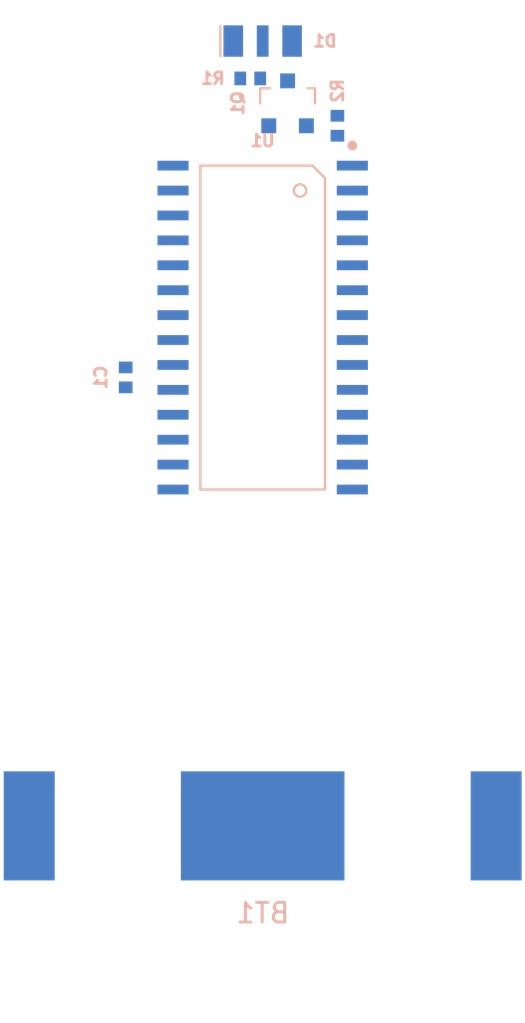
<source format=kicad_pcb>
(kicad_pcb (version 20171130) (host pcbnew "(5.1.8)-1")

  (general
    (thickness 1.6)
    (drawings 0)
    (tracks 0)
    (zones 0)
    (modules 7)
    (nets 31)
  )

  (page A4)
  (layers
    (0 F.Cu signal)
    (31 B.Cu signal)
    (32 B.Adhes user)
    (33 F.Adhes user)
    (34 B.Paste user)
    (35 F.Paste user)
    (36 B.SilkS user)
    (37 F.SilkS user)
    (38 B.Mask user)
    (39 F.Mask user)
    (40 Dwgs.User user)
    (41 Cmts.User user)
    (42 Eco1.User user)
    (43 Eco2.User user)
    (44 Edge.Cuts user)
    (45 Margin user)
    (46 B.CrtYd user)
    (47 F.CrtYd user)
    (48 B.Fab user hide)
    (49 F.Fab user hide)
  )

  (setup
    (last_trace_width 0.25)
    (trace_clearance 0.2)
    (zone_clearance 0.508)
    (zone_45_only no)
    (trace_min 0.2)
    (via_size 0.8)
    (via_drill 0.4)
    (via_min_size 0.4)
    (via_min_drill 0.3)
    (uvia_size 0.3)
    (uvia_drill 0.1)
    (uvias_allowed no)
    (uvia_min_size 0.2)
    (uvia_min_drill 0.1)
    (edge_width 0.05)
    (segment_width 0.2)
    (pcb_text_width 0.3)
    (pcb_text_size 1.5 1.5)
    (mod_edge_width 0.12)
    (mod_text_size 1 1)
    (mod_text_width 0.15)
    (pad_size 1.524 1.524)
    (pad_drill 0.762)
    (pad_to_mask_clearance 0)
    (aux_axis_origin 0 0)
    (visible_elements 7FFFFFFF)
    (pcbplotparams
      (layerselection 0x010fc_ffffffff)
      (usegerberextensions false)
      (usegerberattributes true)
      (usegerberadvancedattributes true)
      (creategerberjobfile true)
      (excludeedgelayer true)
      (linewidth 0.100000)
      (plotframeref false)
      (viasonmask false)
      (mode 1)
      (useauxorigin false)
      (hpglpennumber 1)
      (hpglpenspeed 20)
      (hpglpendiameter 15.000000)
      (psnegative false)
      (psa4output false)
      (plotreference true)
      (plotvalue true)
      (plotinvisibletext false)
      (padsonsilk false)
      (subtractmaskfromsilk false)
      (outputformat 1)
      (mirror false)
      (drillshape 1)
      (scaleselection 1)
      (outputdirectory ""))
  )

  (net 0 "")
  (net 1 "Net-(U1-Pad14)")
  (net 2 "Net-(U1-Pad15)")
  (net 3 "Net-(U1-Pad16)")
  (net 4 "Net-(U1-Pad12)")
  (net 5 "Net-(U1-Pad17)")
  (net 6 "Net-(U1-Pad11)")
  (net 7 "Net-(U1-Pad18)")
  (net 8 "Net-(U1-Pad10)")
  (net 9 GND)
  (net 10 "Net-(U1-Pad9)")
  (net 11 +3V0)
  (net 12 "Net-(U1-Pad21)")
  (net 13 "Net-(U1-Pad7)")
  (net 14 "Net-(U1-Pad22)")
  (net 15 "Net-(U1-Pad6)")
  (net 16 "Net-(U1-Pad23)")
  (net 17 "Net-(U1-Pad5)")
  (net 18 "Net-(U1-Pad24)")
  (net 19 "Net-(U1-Pad4)")
  (net 20 "Net-(U1-Pad25)")
  (net 21 "Net-(U1-Pad3)")
  (net 22 "Net-(U1-Pad26)")
  (net 23 "Net-(U1-Pad2)")
  (net 24 "Net-(U1-Pad27)")
  (net 25 "Net-(U1-Pad1)")
  (net 26 "Net-(U1-Pad28)")
  (net 27 "Net-(D1-Pad1)")
  (net 28 "Net-(Q1-Pad3)")
  (net 29 "Net-(Q1-Pad1)")
  (net 30 "Net-(R2-Pad2)")

  (net_class Default "This is the default net class."
    (clearance 0.2)
    (trace_width 0.25)
    (via_dia 0.8)
    (via_drill 0.4)
    (uvia_dia 0.3)
    (uvia_drill 0.1)
    (add_net +3V0)
    (add_net GND)
    (add_net "Net-(D1-Pad1)")
    (add_net "Net-(Q1-Pad1)")
    (add_net "Net-(Q1-Pad3)")
    (add_net "Net-(R2-Pad2)")
    (add_net "Net-(U1-Pad1)")
    (add_net "Net-(U1-Pad10)")
    (add_net "Net-(U1-Pad11)")
    (add_net "Net-(U1-Pad12)")
    (add_net "Net-(U1-Pad14)")
    (add_net "Net-(U1-Pad15)")
    (add_net "Net-(U1-Pad16)")
    (add_net "Net-(U1-Pad17)")
    (add_net "Net-(U1-Pad18)")
    (add_net "Net-(U1-Pad2)")
    (add_net "Net-(U1-Pad21)")
    (add_net "Net-(U1-Pad22)")
    (add_net "Net-(U1-Pad23)")
    (add_net "Net-(U1-Pad24)")
    (add_net "Net-(U1-Pad25)")
    (add_net "Net-(U1-Pad26)")
    (add_net "Net-(U1-Pad27)")
    (add_net "Net-(U1-Pad28)")
    (add_net "Net-(U1-Pad3)")
    (add_net "Net-(U1-Pad4)")
    (add_net "Net-(U1-Pad5)")
    (add_net "Net-(U1-Pad6)")
    (add_net "Net-(U1-Pad7)")
    (add_net "Net-(U1-Pad9)")
  )

  (module Librray:R_0402_1005Metric (layer B.Cu) (tedit 5FE2257E) (tstamp 60030CCE)
    (at 86.36 84.963 270)
    (path /60036624)
    (fp_text reference R2 (at -1.778 0 90) (layer B.SilkS)
      (effects (font (size 0.6 0.6) (thickness 0.15)) (justify mirror))
    )
    (fp_text value 2.7k (at 0 -1.524 90) (layer B.Fab)
      (effects (font (size 1 1) (thickness 0.15)) (justify mirror))
    )
    (fp_line (start 0.889 -0.381) (end 0.889 0.381) (layer B.CrtYd) (width 0.12))
    (fp_line (start 0.889 0.381) (end -0.889 0.381) (layer B.CrtYd) (width 0.12))
    (fp_line (start -0.889 0.381) (end -0.889 -0.381) (layer B.CrtYd) (width 0.12))
    (fp_line (start -0.889 -0.381) (end 0.889 -0.381) (layer B.CrtYd) (width 0.12))
    (pad 2 smd rect (at 0.508 0 270) (size 0.6 0.7) (layers B.Cu B.Paste B.Mask)
      (net 30 "Net-(R2-Pad2)"))
    (pad 1 smd rect (at -0.508 0 270) (size 0.6 0.7) (layers B.Cu B.Paste B.Mask)
      (net 29 "Net-(Q1-Pad1)"))
    (model ${KISYS3DMOD}/Resistor_SMD.3dshapes/R_0402_1005Metric.wrl
      (at (xyz 0 0 0))
      (scale (xyz 1 1 1))
      (rotate (xyz 0 0 0))
    )
  )

  (module Librray:R_0402_1005Metric (layer B.Cu) (tedit 5FE2257E) (tstamp 60030B6E)
    (at 81.915 82.55 180)
    (path /5FE58D04)
    (fp_text reference R1 (at 1.905 0) (layer B.SilkS)
      (effects (font (size 0.6 0.6) (thickness 0.15)) (justify mirror))
    )
    (fp_text value 15 (at 0 -1.524) (layer B.Fab)
      (effects (font (size 1 1) (thickness 0.15)) (justify mirror))
    )
    (fp_line (start 0.889 -0.381) (end 0.889 0.381) (layer B.CrtYd) (width 0.12))
    (fp_line (start 0.889 0.381) (end -0.889 0.381) (layer B.CrtYd) (width 0.12))
    (fp_line (start -0.889 0.381) (end -0.889 -0.381) (layer B.CrtYd) (width 0.12))
    (fp_line (start -0.889 -0.381) (end 0.889 -0.381) (layer B.CrtYd) (width 0.12))
    (pad 2 smd rect (at 0.508 0 180) (size 0.6 0.7) (layers B.Cu B.Paste B.Mask)
      (net 27 "Net-(D1-Pad1)"))
    (pad 1 smd rect (at -0.508 0 180) (size 0.6 0.7) (layers B.Cu B.Paste B.Mask)
      (net 28 "Net-(Q1-Pad3)"))
    (model ${KISYS3DMOD}/Resistor_SMD.3dshapes/R_0402_1005Metric.wrl
      (at (xyz 0 0 0))
      (scale (xyz 1 1 1))
      (rotate (xyz 0 0 0))
    )
  )

  (module Librray:SOT-23 (layer B.Cu) (tedit 5FE21C51) (tstamp 60030CFD)
    (at 83.82 83.82 90)
    (path /5FE4DCB4)
    (fp_text reference Q1 (at 0 -2.54 90) (layer B.SilkS)
      (effects (font (size 0.6 0.6) (thickness 0.15)) (justify mirror))
    )
    (fp_text value MMBT3904 (at 1.27 -2.54 90) (layer B.Fab)
      (effects (font (size 1 1) (thickness 0.15)) (justify mirror))
    )
    (fp_line (start 1.778 1.524) (end -1.778 1.524) (layer B.CrtYd) (width 0.05))
    (fp_line (start 1.778 -1.524) (end 1.778 1.524) (layer B.CrtYd) (width 0.05))
    (fp_line (start -1.778 -1.524) (end 1.778 -1.524) (layer B.CrtYd) (width 0.05))
    (fp_line (start -1.778 1.524) (end -1.778 -1.524) (layer B.CrtYd) (width 0.05))
    (fp_line (start 0.762 1.016) (end 0.762 1.397) (layer B.SilkS) (width 0.12))
    (fp_line (start 0.762 1.397) (end 0 1.397) (layer B.SilkS) (width 0.12))
    (fp_line (start 0 -1.397) (end 0.762 -1.397) (layer B.SilkS) (width 0.12))
    (fp_line (start 0.762 -1.397) (end 0.762 -0.889) (layer B.SilkS) (width 0.12))
    (pad 3 smd rect (at 1.145 0 180) (size 0.76 0.76) (layers B.Cu B.Paste B.Mask)
      (net 28 "Net-(Q1-Pad3)"))
    (pad 2 smd rect (at -1.145 -0.96) (size 0.76 0.76) (layers B.Cu B.Paste B.Mask)
      (net 9 GND))
    (pad 1 smd rect (at -1.145 0.96) (size 0.76 0.76) (layers B.Cu B.Paste B.Mask)
      (net 29 "Net-(Q1-Pad1)"))
    (model ${KISYS3DMOD}/Package_TO_SOT_SMD.3dshapes/SOT-23.wrl
      (at (xyz 0 0 0))
      (scale (xyz 1 1 1))
      (rotate (xyz 0 0 0))
    )
  )

  (module Librray:IN-S126ESGHIR (layer B.Cu) (tedit 60030560) (tstamp 60036560)
    (at 82.55 80.645)
    (path /60035D25)
    (fp_text reference D1 (at 3.175 0) (layer B.SilkS)
      (effects (font (size 0.6 0.6) (thickness 0.15)) (justify mirror))
    )
    (fp_text value IN-S126ESGHIR (at 0 -2.794) (layer B.Fab)
      (effects (font (size 1 1) (thickness 0.15)) (justify mirror))
    )
    (fp_line (start -2.159 0.889) (end -2.159 -2.032) (layer F.CrtYd) (width 0.12))
    (fp_line (start 2.159 0.889) (end -2.159 0.889) (layer F.CrtYd) (width 0.12))
    (fp_line (start 2.159 -2.032) (end 2.159 0.889) (layer F.CrtYd) (width 0.12))
    (fp_line (start -2.159 -2.032) (end 2.159 -2.032) (layer F.CrtYd) (width 0.12))
    (fp_line (start -2.159 -0.762) (end -2.159 0.762) (layer B.SilkS) (width 0.12))
    (pad "" smd rect (at 0 0) (size 0.6 1.6) (layers B.Cu B.Paste B.Mask))
    (pad 2 smd rect (at 1.5 0) (size 1 1.6) (layers B.Cu B.Paste B.Mask)
      (net 11 +3V0))
    (pad 1 smd rect (at -1.5 0) (size 1 1.6) (layers B.Cu B.Paste B.Mask)
      (net 27 "Net-(D1-Pad1)"))
    (model ${KIPRJMOD}/../../Library/Models/IN-S126ESGHIR/IN-S126ESGHIR.wrl
      (at (xyz 0 0 0))
      (scale (xyz 0.3937007874015748 0.3937007874015748 0.3937007874015748))
      (rotate (xyz 0 0 0))
    )
  )

  (module Librray:C_0402_1005Metric (layer B.Cu) (tedit 5FE2257E) (tstamp 60030125)
    (at 75.565 97.79 90)
    (path /5FE20484)
    (fp_text reference C1 (at 0 -1.27 90) (layer B.SilkS)
      (effects (font (size 0.6 0.6) (thickness 0.15)) (justify mirror))
    )
    (fp_text value 0.1uF (at 0 -1.524 90) (layer B.Fab)
      (effects (font (size 1 1) (thickness 0.15)) (justify mirror))
    )
    (fp_line (start 0.889 -0.381) (end 0.889 0.381) (layer B.CrtYd) (width 0.12))
    (fp_line (start 0.889 0.381) (end -0.889 0.381) (layer B.CrtYd) (width 0.12))
    (fp_line (start -0.889 0.381) (end -0.889 -0.381) (layer B.CrtYd) (width 0.12))
    (fp_line (start -0.889 -0.381) (end 0.889 -0.381) (layer B.CrtYd) (width 0.12))
    (pad 2 smd rect (at 0.508 0 90) (size 0.6 0.7) (layers B.Cu B.Paste B.Mask)
      (net 11 +3V0))
    (pad 1 smd rect (at -0.508 0 90) (size 0.6 0.7) (layers B.Cu B.Paste B.Mask)
      (net 9 GND))
    (model ${KISYS3DMOD}/Capacitor_SMD.3dshapes/C_0402_1005Metric.wrl
      (at (xyz 0 0 0))
      (scale (xyz 1 1 1))
      (rotate (xyz 0 0 0))
    )
  )

  (module Librray:BC-2003 (layer B.Cu) (tedit 6002FDA6) (tstamp 60036309)
    (at 82.55 120.65)
    (path /60036241)
    (fp_text reference BT1 (at 0 4.445) (layer B.SilkS)
      (effects (font (size 1 1) (thickness 0.15)) (justify mirror))
    )
    (fp_text value BC-2003 (at 0 -3.556) (layer B.Fab)
      (effects (font (size 1 1) (thickness 0.15)) (justify mirror))
    )
    (fp_line (start 13.335 -2.921) (end 9.524997 -2.921) (layer B.CrtYd) (width 0.12))
    (fp_line (start 13.335 2.921) (end 9.524999 2.920999) (layer B.CrtYd) (width 0.12))
    (fp_line (start -13.335 -2.921) (end -9.524999 -2.920999) (layer B.CrtYd) (width 0.12))
    (fp_line (start -13.335 2.921) (end -9.524999 2.921) (layer B.CrtYd) (width 0.12))
    (fp_line (start 13.335 -2.921) (end 13.335 2.921) (layer B.CrtYd) (width 0.12))
    (fp_line (start -13.335 -2.921) (end -13.335 2.921) (layer B.CrtYd) (width 0.12))
    (fp_circle (center 0 0) (end 10 0) (layer B.Fab) (width 0.12))
    (fp_arc (start 0 0) (end -9.524998 -2.920998) (angle 145.9019419) (layer B.CrtYd) (width 0.12))
    (fp_arc (start 0 0) (end 9.524999 2.920999) (angle 145.9019381) (layer B.CrtYd) (width 0.12))
    (pad 1 smd rect (at 11.905 0) (size 2.6 5.56) (layers B.Cu B.Paste B.Mask)
      (net 11 +3V0))
    (pad 2 smd rect (at 0 0) (size 8.34 5.56) (layers B.Cu B.Paste B.Mask)
      (net 9 GND))
    (pad 1 smd rect (at -11.905 0) (size 2.6 5.56) (layers B.Cu B.Paste B.Mask)
      (net 11 +3V0))
    (model ${KIPRJMOD}/../../Library/Models/BC-2003/BC-2003.wrl
      (at (xyz 0 0 0))
      (scale (xyz 0.3937007874015748 0.3937007874015748 0.3937007874015748))
      (rotate (xyz 0 0 0))
    )
  )

  (module Librray:SOIC-28_Width7.50mm_Pitch1.27mm (layer B.Cu) (tedit 5FE20D1A) (tstamp 60036450)
    (at 82.55 95.25 180)
    (path /6002E7CC)
    (attr smd)
    (fp_text reference U1 (at 0 9.525) (layer B.SilkS)
      (effects (font (size 0.6 0.6) (thickness 0.15)) (justify mirror))
    )
    (fp_text value PIC18LF2550 (at 0 0 90) (layer B.Fab)
      (effects (font (size 1 1) (thickness 0.15)) (justify mirror))
    )
    (fp_circle (center -4.572 9.271) (end -4.572 9.144) (layer B.SilkS) (width 0.254))
    (fp_circle (center -1.905 6.985) (end -1.905 6.6675) (layer B.SilkS) (width 0.12))
    (fp_line (start 3.175 8.255) (end -2.54 8.255) (layer B.SilkS) (width 0.12))
    (fp_line (start -2.54 8.255) (end -3.175 7.62) (layer B.SilkS) (width 0.12))
    (fp_line (start -5.65 8.76) (end 5.65 8.76) (layer B.CrtYd) (width 0.05))
    (fp_line (start -5.65 -8.76) (end -5.65 8.76) (layer B.CrtYd) (width 0.05))
    (fp_line (start 5.65 -8.76) (end -5.65 -8.76) (layer B.CrtYd) (width 0.05))
    (fp_line (start 5.65 8.76) (end 5.65 -8.76) (layer B.CrtYd) (width 0.05))
    (fp_line (start -3.175 -8.255) (end -3.175 7.62) (layer B.SilkS) (width 0.12))
    (fp_line (start 3.175 -8.255) (end -3.175 -8.255) (layer B.SilkS) (width 0.12))
    (fp_line (start 3.175 8.255) (end 3.175 -8.255) (layer B.SilkS) (width 0.12))
    (pad 14 smd rect (at -4.572 -8.255 270) (size 0.5 1.5875) (layers B.Cu B.Paste B.Mask)
      (net 1 "Net-(U1-Pad14)"))
    (pad 15 smd rect (at 4.572 -8.255 270) (size 0.5 1.5875) (layers B.Cu B.Paste B.Mask)
      (net 2 "Net-(U1-Pad15)"))
    (pad 13 smd rect (at -4.572 -6.985 270) (size 0.5 1.5875) (layers B.Cu B.Paste B.Mask)
      (net 30 "Net-(R2-Pad2)"))
    (pad 16 smd rect (at 4.572 -6.985 270) (size 0.5 1.5875) (layers B.Cu B.Paste B.Mask)
      (net 3 "Net-(U1-Pad16)"))
    (pad 12 smd rect (at -4.572 -5.715 270) (size 0.5 1.5875) (layers B.Cu B.Paste B.Mask)
      (net 4 "Net-(U1-Pad12)"))
    (pad 17 smd rect (at 4.572 -5.715 270) (size 0.5 1.5875) (layers B.Cu B.Paste B.Mask)
      (net 5 "Net-(U1-Pad17)"))
    (pad 11 smd rect (at -4.572 -4.445 270) (size 0.5 1.5875) (layers B.Cu B.Paste B.Mask)
      (net 6 "Net-(U1-Pad11)"))
    (pad 18 smd rect (at 4.572 -4.445 270) (size 0.5 1.5875) (layers B.Cu B.Paste B.Mask)
      (net 7 "Net-(U1-Pad18)"))
    (pad 10 smd rect (at -4.572 -3.175 270) (size 0.5 1.5875) (layers B.Cu B.Paste B.Mask)
      (net 8 "Net-(U1-Pad10)"))
    (pad 19 smd rect (at 4.572 -3.175 270) (size 0.5 1.5875) (layers B.Cu B.Paste B.Mask)
      (net 9 GND))
    (pad 9 smd rect (at -4.572 -1.905 270) (size 0.5 1.5875) (layers B.Cu B.Paste B.Mask)
      (net 10 "Net-(U1-Pad9)"))
    (pad 20 smd rect (at 4.572 -1.905 270) (size 0.5 1.5875) (layers B.Cu B.Paste B.Mask)
      (net 11 +3V0))
    (pad 8 smd rect (at -4.572 -0.635 270) (size 0.5 1.5875) (layers B.Cu B.Paste B.Mask)
      (net 9 GND))
    (pad 21 smd rect (at 4.572 -0.635 270) (size 0.5 1.5875) (layers B.Cu B.Paste B.Mask)
      (net 12 "Net-(U1-Pad21)"))
    (pad 7 smd rect (at -4.572 0.635 270) (size 0.5 1.5875) (layers B.Cu B.Paste B.Mask)
      (net 13 "Net-(U1-Pad7)"))
    (pad 22 smd rect (at 4.572 0.635 270) (size 0.5 1.5875) (layers B.Cu B.Paste B.Mask)
      (net 14 "Net-(U1-Pad22)"))
    (pad 6 smd rect (at -4.572 1.905 270) (size 0.5 1.5875) (layers B.Cu B.Paste B.Mask)
      (net 15 "Net-(U1-Pad6)"))
    (pad 23 smd rect (at 4.572 1.905 270) (size 0.5 1.5875) (layers B.Cu B.Paste B.Mask)
      (net 16 "Net-(U1-Pad23)"))
    (pad 5 smd rect (at -4.572 3.175 270) (size 0.5 1.5875) (layers B.Cu B.Paste B.Mask)
      (net 17 "Net-(U1-Pad5)"))
    (pad 24 smd rect (at 4.572 3.175 270) (size 0.5 1.5875) (layers B.Cu B.Paste B.Mask)
      (net 18 "Net-(U1-Pad24)"))
    (pad 4 smd rect (at -4.572 4.445 270) (size 0.5 1.5875) (layers B.Cu B.Paste B.Mask)
      (net 19 "Net-(U1-Pad4)"))
    (pad 25 smd rect (at 4.572 4.445 270) (size 0.5 1.5875) (layers B.Cu B.Paste B.Mask)
      (net 20 "Net-(U1-Pad25)"))
    (pad 3 smd rect (at -4.572 5.715 270) (size 0.5 1.5875) (layers B.Cu B.Paste B.Mask)
      (net 21 "Net-(U1-Pad3)"))
    (pad 26 smd rect (at 4.572 5.715 270) (size 0.5 1.5875) (layers B.Cu B.Paste B.Mask)
      (net 22 "Net-(U1-Pad26)"))
    (pad 2 smd rect (at -4.572 6.985 270) (size 0.5 1.5875) (layers B.Cu B.Paste B.Mask)
      (net 23 "Net-(U1-Pad2)"))
    (pad 27 smd rect (at 4.572 6.985 270) (size 0.5 1.5875) (layers B.Cu B.Paste B.Mask)
      (net 24 "Net-(U1-Pad27)"))
    (pad 1 smd rect (at -4.572 8.255 270) (size 0.5 1.5875) (layers B.Cu B.Paste B.Mask)
      (net 25 "Net-(U1-Pad1)"))
    (pad 28 smd rect (at 4.572 8.255 270) (size 0.5 1.5875) (layers B.Cu B.Paste B.Mask)
      (net 26 "Net-(U1-Pad28)"))
    (model ${KISYS3DMOD}/Package_SO.3dshapes/SOIC-28W_7.5x17.9mm_P1.27mm.wrl
      (at (xyz 0 0 0))
      (scale (xyz 1 1 1))
      (rotate (xyz 0 0 0))
    )
  )

)

</source>
